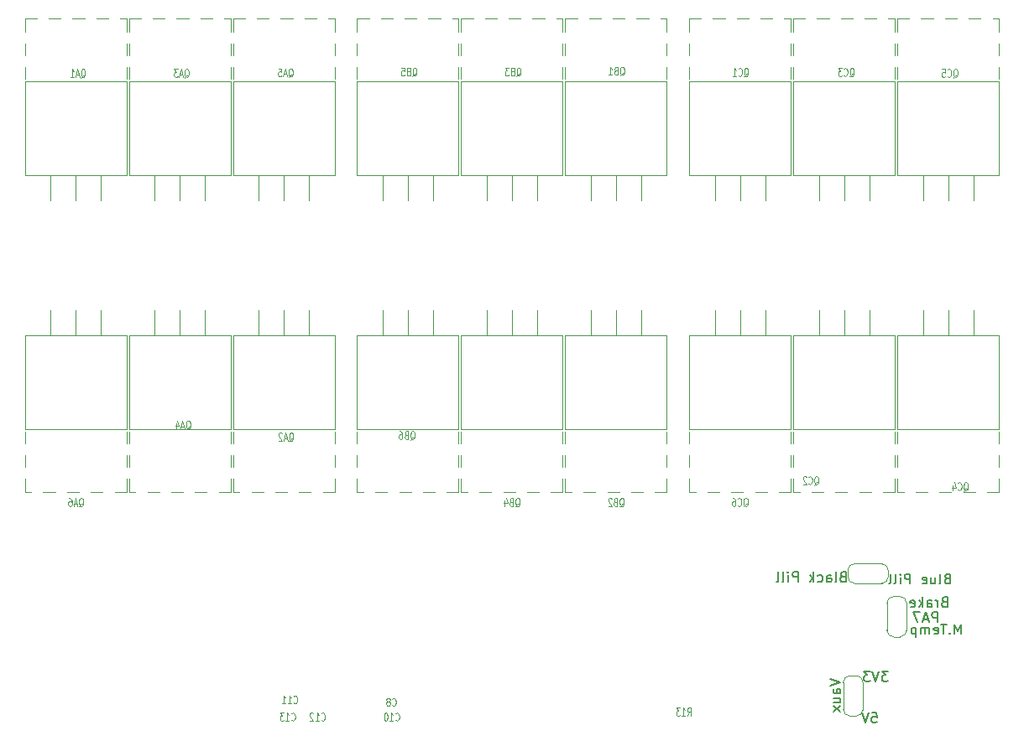
<source format=gbr>
%TF.GenerationSoftware,KiCad,Pcbnew,(6.0.4)*%
%TF.CreationDate,2022-07-25T23:44:37+01:00*%
%TF.ProjectId,CCC_ESC,4343435f-4553-4432-9e6b-696361645f70,rev?*%
%TF.SameCoordinates,Original*%
%TF.FileFunction,Legend,Bot*%
%TF.FilePolarity,Positive*%
%FSLAX46Y46*%
G04 Gerber Fmt 4.6, Leading zero omitted, Abs format (unit mm)*
G04 Created by KiCad (PCBNEW (6.0.4)) date 2022-07-25 23:44:37*
%MOMM*%
%LPD*%
G01*
G04 APERTURE LIST*
%ADD10C,0.120000*%
%ADD11C,0.150000*%
G04 APERTURE END LIST*
D10*
%TO.C,C10*%
X88254714Y-121313974D02*
X88283285Y-121352069D01*
X88369000Y-121390164D01*
X88426142Y-121390164D01*
X88511857Y-121352069D01*
X88569000Y-121275879D01*
X88597571Y-121199688D01*
X88626142Y-121047307D01*
X88626142Y-120933021D01*
X88597571Y-120780640D01*
X88569000Y-120704450D01*
X88511857Y-120628260D01*
X88426142Y-120590164D01*
X88369000Y-120590164D01*
X88283285Y-120628260D01*
X88254714Y-120666355D01*
X87683285Y-121390164D02*
X88026142Y-121390164D01*
X87854714Y-121390164D02*
X87854714Y-120590164D01*
X87911857Y-120704450D01*
X87969000Y-120780640D01*
X88026142Y-120818736D01*
X87311857Y-120590164D02*
X87254714Y-120590164D01*
X87197571Y-120628260D01*
X87169000Y-120666355D01*
X87140428Y-120742545D01*
X87111857Y-120894926D01*
X87111857Y-121085402D01*
X87140428Y-121237783D01*
X87169000Y-121313974D01*
X87197571Y-121352069D01*
X87254714Y-121390164D01*
X87311857Y-121390164D01*
X87369000Y-121352069D01*
X87397571Y-121313974D01*
X87426142Y-121237783D01*
X87454714Y-121085402D01*
X87454714Y-120894926D01*
X87426142Y-120742545D01*
X87397571Y-120666355D01*
X87369000Y-120628260D01*
X87311857Y-120590164D01*
%TO.C,C8*%
X87919000Y-119813974D02*
X87947571Y-119852069D01*
X88033285Y-119890164D01*
X88090428Y-119890164D01*
X88176142Y-119852069D01*
X88233285Y-119775879D01*
X88261857Y-119699688D01*
X88290428Y-119547307D01*
X88290428Y-119433021D01*
X88261857Y-119280640D01*
X88233285Y-119204450D01*
X88176142Y-119128260D01*
X88090428Y-119090164D01*
X88033285Y-119090164D01*
X87947571Y-119128260D01*
X87919000Y-119166355D01*
X87576142Y-119433021D02*
X87633285Y-119394926D01*
X87661857Y-119356831D01*
X87690428Y-119280640D01*
X87690428Y-119242545D01*
X87661857Y-119166355D01*
X87633285Y-119128260D01*
X87576142Y-119090164D01*
X87461857Y-119090164D01*
X87404714Y-119128260D01*
X87376142Y-119166355D01*
X87347571Y-119242545D01*
X87347571Y-119280640D01*
X87376142Y-119356831D01*
X87404714Y-119394926D01*
X87461857Y-119433021D01*
X87576142Y-119433021D01*
X87633285Y-119471117D01*
X87661857Y-119509212D01*
X87690428Y-119585402D01*
X87690428Y-119737783D01*
X87661857Y-119813974D01*
X87633285Y-119852069D01*
X87576142Y-119890164D01*
X87461857Y-119890164D01*
X87404714Y-119852069D01*
X87376142Y-119813974D01*
X87347571Y-119737783D01*
X87347571Y-119585402D01*
X87376142Y-119509212D01*
X87404714Y-119471117D01*
X87461857Y-119433021D01*
%TO.C,C12*%
X80754714Y-121313974D02*
X80783285Y-121352069D01*
X80869000Y-121390164D01*
X80926142Y-121390164D01*
X81011857Y-121352069D01*
X81069000Y-121275879D01*
X81097571Y-121199688D01*
X81126142Y-121047307D01*
X81126142Y-120933021D01*
X81097571Y-120780640D01*
X81069000Y-120704450D01*
X81011857Y-120628260D01*
X80926142Y-120590164D01*
X80869000Y-120590164D01*
X80783285Y-120628260D01*
X80754714Y-120666355D01*
X80183285Y-121390164D02*
X80526142Y-121390164D01*
X80354714Y-121390164D02*
X80354714Y-120590164D01*
X80411857Y-120704450D01*
X80469000Y-120780640D01*
X80526142Y-120818736D01*
X79954714Y-120666355D02*
X79926142Y-120628260D01*
X79869000Y-120590164D01*
X79726142Y-120590164D01*
X79669000Y-120628260D01*
X79640428Y-120666355D01*
X79611857Y-120742545D01*
X79611857Y-120818736D01*
X79640428Y-120933021D01*
X79983285Y-121390164D01*
X79611857Y-121390164D01*
%TO.C,C13*%
X77755714Y-121313974D02*
X77784285Y-121352069D01*
X77870000Y-121390164D01*
X77927142Y-121390164D01*
X78012857Y-121352069D01*
X78070000Y-121275879D01*
X78098571Y-121199688D01*
X78127142Y-121047307D01*
X78127142Y-120933021D01*
X78098571Y-120780640D01*
X78070000Y-120704450D01*
X78012857Y-120628260D01*
X77927142Y-120590164D01*
X77870000Y-120590164D01*
X77784285Y-120628260D01*
X77755714Y-120666355D01*
X77184285Y-121390164D02*
X77527142Y-121390164D01*
X77355714Y-121390164D02*
X77355714Y-120590164D01*
X77412857Y-120704450D01*
X77470000Y-120780640D01*
X77527142Y-120818736D01*
X76984285Y-120590164D02*
X76612857Y-120590164D01*
X76812857Y-120894926D01*
X76727142Y-120894926D01*
X76670000Y-120933021D01*
X76641428Y-120971117D01*
X76612857Y-121047307D01*
X76612857Y-121237783D01*
X76641428Y-121313974D01*
X76670000Y-121352069D01*
X76727142Y-121390164D01*
X76898571Y-121390164D01*
X76955714Y-121352069D01*
X76984285Y-121313974D01*
%TO.C,C11*%
X77954714Y-119563974D02*
X77983285Y-119602069D01*
X78069000Y-119640164D01*
X78126142Y-119640164D01*
X78211857Y-119602069D01*
X78269000Y-119525879D01*
X78297571Y-119449688D01*
X78326142Y-119297307D01*
X78326142Y-119183021D01*
X78297571Y-119030640D01*
X78269000Y-118954450D01*
X78211857Y-118878260D01*
X78126142Y-118840164D01*
X78069000Y-118840164D01*
X77983285Y-118878260D01*
X77954714Y-118916355D01*
X77383285Y-119640164D02*
X77726142Y-119640164D01*
X77554714Y-119640164D02*
X77554714Y-118840164D01*
X77611857Y-118954450D01*
X77669000Y-119030640D01*
X77726142Y-119068736D01*
X76811857Y-119640164D02*
X77154714Y-119640164D01*
X76983285Y-119640164D02*
X76983285Y-118840164D01*
X77040428Y-118954450D01*
X77097571Y-119030640D01*
X77154714Y-119068736D01*
%TO.C,R13*%
X117704714Y-120890164D02*
X117904714Y-120509212D01*
X118047571Y-120890164D02*
X118047571Y-120090164D01*
X117819000Y-120090164D01*
X117761857Y-120128260D01*
X117733285Y-120166355D01*
X117704714Y-120242545D01*
X117704714Y-120356831D01*
X117733285Y-120433021D01*
X117761857Y-120471117D01*
X117819000Y-120509212D01*
X118047571Y-120509212D01*
X117133285Y-120890164D02*
X117476142Y-120890164D01*
X117304714Y-120890164D02*
X117304714Y-120090164D01*
X117361857Y-120204450D01*
X117419000Y-120280640D01*
X117476142Y-120318736D01*
X116933285Y-120090164D02*
X116561857Y-120090164D01*
X116761857Y-120394926D01*
X116676142Y-120394926D01*
X116619000Y-120433021D01*
X116590428Y-120471117D01*
X116561857Y-120547307D01*
X116561857Y-120737783D01*
X116590428Y-120813974D01*
X116619000Y-120852069D01*
X116676142Y-120890164D01*
X116847571Y-120890164D01*
X116904714Y-120852069D01*
X116933285Y-120813974D01*
D11*
%TO.C,JP1*%
X132131380Y-117205402D02*
X133131380Y-117538736D01*
X132131380Y-117872069D01*
X133131380Y-118633974D02*
X132607571Y-118633974D01*
X132512333Y-118586355D01*
X132464714Y-118491117D01*
X132464714Y-118300640D01*
X132512333Y-118205402D01*
X133083761Y-118633974D02*
X133131380Y-118538736D01*
X133131380Y-118300640D01*
X133083761Y-118205402D01*
X132988523Y-118157783D01*
X132893285Y-118157783D01*
X132798047Y-118205402D01*
X132750428Y-118300640D01*
X132750428Y-118538736D01*
X132702809Y-118633974D01*
X132464714Y-119538736D02*
X133131380Y-119538736D01*
X132464714Y-119110164D02*
X132988523Y-119110164D01*
X133083761Y-119157783D01*
X133131380Y-119253021D01*
X133131380Y-119395879D01*
X133083761Y-119491117D01*
X133036142Y-119538736D01*
X133131380Y-119919688D02*
X132464714Y-120443498D01*
X132464714Y-119919688D02*
X133131380Y-120443498D01*
X136299476Y-120580640D02*
X136775666Y-120580640D01*
X136823285Y-121056831D01*
X136775666Y-121009212D01*
X136680428Y-120961593D01*
X136442333Y-120961593D01*
X136347095Y-121009212D01*
X136299476Y-121056831D01*
X136251857Y-121152069D01*
X136251857Y-121390164D01*
X136299476Y-121485402D01*
X136347095Y-121533021D01*
X136442333Y-121580640D01*
X136680428Y-121580640D01*
X136775666Y-121533021D01*
X136823285Y-121485402D01*
X135966142Y-120580640D02*
X135632809Y-121580640D01*
X135299476Y-120580640D01*
X137937095Y-116410640D02*
X137318047Y-116410640D01*
X137651380Y-116791593D01*
X137508523Y-116791593D01*
X137413285Y-116839212D01*
X137365666Y-116886831D01*
X137318047Y-116982069D01*
X137318047Y-117220164D01*
X137365666Y-117315402D01*
X137413285Y-117363021D01*
X137508523Y-117410640D01*
X137794238Y-117410640D01*
X137889476Y-117363021D01*
X137937095Y-117315402D01*
X137032333Y-116410640D02*
X136699000Y-117410640D01*
X136365666Y-116410640D01*
X136127571Y-116410640D02*
X135508523Y-116410640D01*
X135841857Y-116791593D01*
X135699000Y-116791593D01*
X135603761Y-116839212D01*
X135556142Y-116886831D01*
X135508523Y-116982069D01*
X135508523Y-117220164D01*
X135556142Y-117315402D01*
X135603761Y-117363021D01*
X135699000Y-117410640D01*
X135984714Y-117410640D01*
X136079952Y-117363021D01*
X136127571Y-117315402D01*
D10*
%TO.C,QB4*%
X100357142Y-99768095D02*
X100414285Y-99730000D01*
X100471428Y-99653809D01*
X100557142Y-99539523D01*
X100614285Y-99501428D01*
X100671428Y-99501428D01*
X100642857Y-99691904D02*
X100700000Y-99653809D01*
X100757142Y-99577619D01*
X100785714Y-99425238D01*
X100785714Y-99158571D01*
X100757142Y-99006190D01*
X100700000Y-98930000D01*
X100642857Y-98891904D01*
X100528571Y-98891904D01*
X100471428Y-98930000D01*
X100414285Y-99006190D01*
X100385714Y-99158571D01*
X100385714Y-99425238D01*
X100414285Y-99577619D01*
X100471428Y-99653809D01*
X100528571Y-99691904D01*
X100642857Y-99691904D01*
X99928571Y-99272857D02*
X99842857Y-99310952D01*
X99814285Y-99349047D01*
X99785714Y-99425238D01*
X99785714Y-99539523D01*
X99814285Y-99615714D01*
X99842857Y-99653809D01*
X99900000Y-99691904D01*
X100128571Y-99691904D01*
X100128571Y-98891904D01*
X99928571Y-98891904D01*
X99871428Y-98930000D01*
X99842857Y-98968095D01*
X99814285Y-99044285D01*
X99814285Y-99120476D01*
X99842857Y-99196666D01*
X99871428Y-99234761D01*
X99928571Y-99272857D01*
X100128571Y-99272857D01*
X99271428Y-99158571D02*
X99271428Y-99691904D01*
X99414285Y-98853809D02*
X99557142Y-99425238D01*
X99185714Y-99425238D01*
%TO.C,QB5*%
X89957142Y-56288095D02*
X90014285Y-56250000D01*
X90071428Y-56173809D01*
X90157142Y-56059523D01*
X90214285Y-56021428D01*
X90271428Y-56021428D01*
X90242857Y-56211904D02*
X90300000Y-56173809D01*
X90357142Y-56097619D01*
X90385714Y-55945238D01*
X90385714Y-55678571D01*
X90357142Y-55526190D01*
X90300000Y-55450000D01*
X90242857Y-55411904D01*
X90128571Y-55411904D01*
X90071428Y-55450000D01*
X90014285Y-55526190D01*
X89985714Y-55678571D01*
X89985714Y-55945238D01*
X90014285Y-56097619D01*
X90071428Y-56173809D01*
X90128571Y-56211904D01*
X90242857Y-56211904D01*
X89528571Y-55792857D02*
X89442857Y-55830952D01*
X89414285Y-55869047D01*
X89385714Y-55945238D01*
X89385714Y-56059523D01*
X89414285Y-56135714D01*
X89442857Y-56173809D01*
X89500000Y-56211904D01*
X89728571Y-56211904D01*
X89728571Y-55411904D01*
X89528571Y-55411904D01*
X89471428Y-55450000D01*
X89442857Y-55488095D01*
X89414285Y-55564285D01*
X89414285Y-55640476D01*
X89442857Y-55716666D01*
X89471428Y-55754761D01*
X89528571Y-55792857D01*
X89728571Y-55792857D01*
X88842857Y-55411904D02*
X89128571Y-55411904D01*
X89157142Y-55792857D01*
X89128571Y-55754761D01*
X89071428Y-55716666D01*
X88928571Y-55716666D01*
X88871428Y-55754761D01*
X88842857Y-55792857D01*
X88814285Y-55869047D01*
X88814285Y-56059523D01*
X88842857Y-56135714D01*
X88871428Y-56173809D01*
X88928571Y-56211904D01*
X89071428Y-56211904D01*
X89128571Y-56173809D01*
X89157142Y-56135714D01*
%TO.C,QA3*%
X66964285Y-56438095D02*
X67021428Y-56400000D01*
X67078571Y-56323809D01*
X67164285Y-56209523D01*
X67221428Y-56171428D01*
X67278571Y-56171428D01*
X67250000Y-56361904D02*
X67307142Y-56323809D01*
X67364285Y-56247619D01*
X67392857Y-56095238D01*
X67392857Y-55828571D01*
X67364285Y-55676190D01*
X67307142Y-55600000D01*
X67250000Y-55561904D01*
X67135714Y-55561904D01*
X67078571Y-55600000D01*
X67021428Y-55676190D01*
X66992857Y-55828571D01*
X66992857Y-56095238D01*
X67021428Y-56247619D01*
X67078571Y-56323809D01*
X67135714Y-56361904D01*
X67250000Y-56361904D01*
X66764285Y-56133333D02*
X66478571Y-56133333D01*
X66821428Y-56361904D02*
X66621428Y-55561904D01*
X66421428Y-56361904D01*
X66278571Y-55561904D02*
X65907142Y-55561904D01*
X66107142Y-55866666D01*
X66021428Y-55866666D01*
X65964285Y-55904761D01*
X65935714Y-55942857D01*
X65907142Y-56019047D01*
X65907142Y-56209523D01*
X65935714Y-56285714D01*
X65964285Y-56323809D01*
X66021428Y-56361904D01*
X66192857Y-56361904D01*
X66250000Y-56323809D01*
X66278571Y-56285714D01*
%TO.C,QC6*%
X123357142Y-99768095D02*
X123414285Y-99730000D01*
X123471428Y-99653809D01*
X123557142Y-99539523D01*
X123614285Y-99501428D01*
X123671428Y-99501428D01*
X123642857Y-99691904D02*
X123700000Y-99653809D01*
X123757142Y-99577619D01*
X123785714Y-99425238D01*
X123785714Y-99158571D01*
X123757142Y-99006190D01*
X123700000Y-98930000D01*
X123642857Y-98891904D01*
X123528571Y-98891904D01*
X123471428Y-98930000D01*
X123414285Y-99006190D01*
X123385714Y-99158571D01*
X123385714Y-99425238D01*
X123414285Y-99577619D01*
X123471428Y-99653809D01*
X123528571Y-99691904D01*
X123642857Y-99691904D01*
X122785714Y-99615714D02*
X122814285Y-99653809D01*
X122900000Y-99691904D01*
X122957142Y-99691904D01*
X123042857Y-99653809D01*
X123100000Y-99577619D01*
X123128571Y-99501428D01*
X123157142Y-99349047D01*
X123157142Y-99234761D01*
X123128571Y-99082380D01*
X123100000Y-99006190D01*
X123042857Y-98930000D01*
X122957142Y-98891904D01*
X122900000Y-98891904D01*
X122814285Y-98930000D01*
X122785714Y-98968095D01*
X122271428Y-98891904D02*
X122385714Y-98891904D01*
X122442857Y-98930000D01*
X122471428Y-98968095D01*
X122528571Y-99082380D01*
X122557142Y-99234761D01*
X122557142Y-99539523D01*
X122528571Y-99615714D01*
X122500000Y-99653809D01*
X122442857Y-99691904D01*
X122328571Y-99691904D01*
X122271428Y-99653809D01*
X122242857Y-99615714D01*
X122214285Y-99539523D01*
X122214285Y-99349047D01*
X122242857Y-99272857D01*
X122271428Y-99234761D01*
X122328571Y-99196666D01*
X122442857Y-99196666D01*
X122500000Y-99234761D01*
X122528571Y-99272857D01*
X122557142Y-99349047D01*
%TO.C,QC5*%
X144507142Y-56438095D02*
X144564285Y-56400000D01*
X144621428Y-56323809D01*
X144707142Y-56209523D01*
X144764285Y-56171428D01*
X144821428Y-56171428D01*
X144792857Y-56361904D02*
X144850000Y-56323809D01*
X144907142Y-56247619D01*
X144935714Y-56095238D01*
X144935714Y-55828571D01*
X144907142Y-55676190D01*
X144850000Y-55600000D01*
X144792857Y-55561904D01*
X144678571Y-55561904D01*
X144621428Y-55600000D01*
X144564285Y-55676190D01*
X144535714Y-55828571D01*
X144535714Y-56095238D01*
X144564285Y-56247619D01*
X144621428Y-56323809D01*
X144678571Y-56361904D01*
X144792857Y-56361904D01*
X143935714Y-56285714D02*
X143964285Y-56323809D01*
X144050000Y-56361904D01*
X144107142Y-56361904D01*
X144192857Y-56323809D01*
X144250000Y-56247619D01*
X144278571Y-56171428D01*
X144307142Y-56019047D01*
X144307142Y-55904761D01*
X144278571Y-55752380D01*
X144250000Y-55676190D01*
X144192857Y-55600000D01*
X144107142Y-55561904D01*
X144050000Y-55561904D01*
X143964285Y-55600000D01*
X143935714Y-55638095D01*
X143392857Y-55561904D02*
X143678571Y-55561904D01*
X143707142Y-55942857D01*
X143678571Y-55904761D01*
X143621428Y-55866666D01*
X143478571Y-55866666D01*
X143421428Y-55904761D01*
X143392857Y-55942857D01*
X143364285Y-56019047D01*
X143364285Y-56209523D01*
X143392857Y-56285714D01*
X143421428Y-56323809D01*
X143478571Y-56361904D01*
X143621428Y-56361904D01*
X143678571Y-56323809D01*
X143707142Y-56285714D01*
%TO.C,QC4*%
X145557142Y-98188095D02*
X145614285Y-98150000D01*
X145671428Y-98073809D01*
X145757142Y-97959523D01*
X145814285Y-97921428D01*
X145871428Y-97921428D01*
X145842857Y-98111904D02*
X145900000Y-98073809D01*
X145957142Y-97997619D01*
X145985714Y-97845238D01*
X145985714Y-97578571D01*
X145957142Y-97426190D01*
X145900000Y-97350000D01*
X145842857Y-97311904D01*
X145728571Y-97311904D01*
X145671428Y-97350000D01*
X145614285Y-97426190D01*
X145585714Y-97578571D01*
X145585714Y-97845238D01*
X145614285Y-97997619D01*
X145671428Y-98073809D01*
X145728571Y-98111904D01*
X145842857Y-98111904D01*
X144985714Y-98035714D02*
X145014285Y-98073809D01*
X145100000Y-98111904D01*
X145157142Y-98111904D01*
X145242857Y-98073809D01*
X145300000Y-97997619D01*
X145328571Y-97921428D01*
X145357142Y-97769047D01*
X145357142Y-97654761D01*
X145328571Y-97502380D01*
X145300000Y-97426190D01*
X145242857Y-97350000D01*
X145157142Y-97311904D01*
X145100000Y-97311904D01*
X145014285Y-97350000D01*
X144985714Y-97388095D01*
X144471428Y-97578571D02*
X144471428Y-98111904D01*
X144614285Y-97273809D02*
X144757142Y-97845238D01*
X144385714Y-97845238D01*
D11*
%TO.C,JP3*%
X133378047Y-106836831D02*
X133235190Y-106884450D01*
X133187571Y-106932069D01*
X133139952Y-107027307D01*
X133139952Y-107170164D01*
X133187571Y-107265402D01*
X133235190Y-107313021D01*
X133330428Y-107360640D01*
X133711380Y-107360640D01*
X133711380Y-106360640D01*
X133378047Y-106360640D01*
X133282809Y-106408260D01*
X133235190Y-106455879D01*
X133187571Y-106551117D01*
X133187571Y-106646355D01*
X133235190Y-106741593D01*
X133282809Y-106789212D01*
X133378047Y-106836831D01*
X133711380Y-106836831D01*
X132568523Y-107360640D02*
X132663761Y-107313021D01*
X132711380Y-107217783D01*
X132711380Y-106360640D01*
X131759000Y-107360640D02*
X131759000Y-106836831D01*
X131806619Y-106741593D01*
X131901857Y-106693974D01*
X132092333Y-106693974D01*
X132187571Y-106741593D01*
X131759000Y-107313021D02*
X131854238Y-107360640D01*
X132092333Y-107360640D01*
X132187571Y-107313021D01*
X132235190Y-107217783D01*
X132235190Y-107122545D01*
X132187571Y-107027307D01*
X132092333Y-106979688D01*
X131854238Y-106979688D01*
X131759000Y-106932069D01*
X130854238Y-107313021D02*
X130949476Y-107360640D01*
X131139952Y-107360640D01*
X131235190Y-107313021D01*
X131282809Y-107265402D01*
X131330428Y-107170164D01*
X131330428Y-106884450D01*
X131282809Y-106789212D01*
X131235190Y-106741593D01*
X131139952Y-106693974D01*
X130949476Y-106693974D01*
X130854238Y-106741593D01*
X130425666Y-107360640D02*
X130425666Y-106360640D01*
X130330428Y-106979688D02*
X130044714Y-107360640D01*
X130044714Y-106693974D02*
X130425666Y-107074926D01*
X128854238Y-107360640D02*
X128854238Y-106360640D01*
X128473285Y-106360640D01*
X128378047Y-106408260D01*
X128330428Y-106455879D01*
X128282809Y-106551117D01*
X128282809Y-106693974D01*
X128330428Y-106789212D01*
X128378047Y-106836831D01*
X128473285Y-106884450D01*
X128854238Y-106884450D01*
X127854238Y-107360640D02*
X127854238Y-106693974D01*
X127854238Y-106360640D02*
X127901857Y-106408260D01*
X127854238Y-106455879D01*
X127806619Y-106408260D01*
X127854238Y-106360640D01*
X127854238Y-106455879D01*
X127235190Y-107360640D02*
X127330428Y-107313021D01*
X127378047Y-107217783D01*
X127378047Y-106360640D01*
X126711380Y-107360640D02*
X126806619Y-107313021D01*
X126854238Y-107217783D01*
X126854238Y-106360640D01*
X143893285Y-107036831D02*
X143750428Y-107084450D01*
X143702809Y-107132069D01*
X143655190Y-107227307D01*
X143655190Y-107370164D01*
X143702809Y-107465402D01*
X143750428Y-107513021D01*
X143845666Y-107560640D01*
X144226619Y-107560640D01*
X144226619Y-106560640D01*
X143893285Y-106560640D01*
X143798047Y-106608260D01*
X143750428Y-106655879D01*
X143702809Y-106751117D01*
X143702809Y-106846355D01*
X143750428Y-106941593D01*
X143798047Y-106989212D01*
X143893285Y-107036831D01*
X144226619Y-107036831D01*
X143083761Y-107560640D02*
X143179000Y-107513021D01*
X143226619Y-107417783D01*
X143226619Y-106560640D01*
X142274238Y-106893974D02*
X142274238Y-107560640D01*
X142702809Y-106893974D02*
X142702809Y-107417783D01*
X142655190Y-107513021D01*
X142559952Y-107560640D01*
X142417095Y-107560640D01*
X142321857Y-107513021D01*
X142274238Y-107465402D01*
X141417095Y-107513021D02*
X141512333Y-107560640D01*
X141702809Y-107560640D01*
X141798047Y-107513021D01*
X141845666Y-107417783D01*
X141845666Y-107036831D01*
X141798047Y-106941593D01*
X141702809Y-106893974D01*
X141512333Y-106893974D01*
X141417095Y-106941593D01*
X141369476Y-107036831D01*
X141369476Y-107132069D01*
X141845666Y-107227307D01*
X140179000Y-107560640D02*
X140179000Y-106560640D01*
X139798047Y-106560640D01*
X139702809Y-106608260D01*
X139655190Y-106655879D01*
X139607571Y-106751117D01*
X139607571Y-106893974D01*
X139655190Y-106989212D01*
X139702809Y-107036831D01*
X139798047Y-107084450D01*
X140179000Y-107084450D01*
X139179000Y-107560640D02*
X139179000Y-106893974D01*
X139179000Y-106560640D02*
X139226619Y-106608260D01*
X139179000Y-106655879D01*
X139131380Y-106608260D01*
X139179000Y-106560640D01*
X139179000Y-106655879D01*
X138559952Y-107560640D02*
X138655190Y-107513021D01*
X138702809Y-107417783D01*
X138702809Y-106560640D01*
X138036142Y-107560640D02*
X138131380Y-107513021D01*
X138179000Y-107417783D01*
X138179000Y-106560640D01*
D10*
%TO.C,QA6*%
X56314285Y-99768095D02*
X56371428Y-99730000D01*
X56428571Y-99653809D01*
X56514285Y-99539523D01*
X56571428Y-99501428D01*
X56628571Y-99501428D01*
X56600000Y-99691904D02*
X56657142Y-99653809D01*
X56714285Y-99577619D01*
X56742857Y-99425238D01*
X56742857Y-99158571D01*
X56714285Y-99006190D01*
X56657142Y-98930000D01*
X56600000Y-98891904D01*
X56485714Y-98891904D01*
X56428571Y-98930000D01*
X56371428Y-99006190D01*
X56342857Y-99158571D01*
X56342857Y-99425238D01*
X56371428Y-99577619D01*
X56428571Y-99653809D01*
X56485714Y-99691904D01*
X56600000Y-99691904D01*
X56114285Y-99463333D02*
X55828571Y-99463333D01*
X56171428Y-99691904D02*
X55971428Y-98891904D01*
X55771428Y-99691904D01*
X55314285Y-98891904D02*
X55428571Y-98891904D01*
X55485714Y-98930000D01*
X55514285Y-98968095D01*
X55571428Y-99082380D01*
X55600000Y-99234761D01*
X55600000Y-99539523D01*
X55571428Y-99615714D01*
X55542857Y-99653809D01*
X55485714Y-99691904D01*
X55371428Y-99691904D01*
X55314285Y-99653809D01*
X55285714Y-99615714D01*
X55257142Y-99539523D01*
X55257142Y-99349047D01*
X55285714Y-99272857D01*
X55314285Y-99234761D01*
X55371428Y-99196666D01*
X55485714Y-99196666D01*
X55542857Y-99234761D01*
X55571428Y-99272857D01*
X55600000Y-99349047D01*
%TO.C,QB6*%
X89757142Y-93018095D02*
X89814285Y-92980000D01*
X89871428Y-92903809D01*
X89957142Y-92789523D01*
X90014285Y-92751428D01*
X90071428Y-92751428D01*
X90042857Y-92941904D02*
X90100000Y-92903809D01*
X90157142Y-92827619D01*
X90185714Y-92675238D01*
X90185714Y-92408571D01*
X90157142Y-92256190D01*
X90100000Y-92180000D01*
X90042857Y-92141904D01*
X89928571Y-92141904D01*
X89871428Y-92180000D01*
X89814285Y-92256190D01*
X89785714Y-92408571D01*
X89785714Y-92675238D01*
X89814285Y-92827619D01*
X89871428Y-92903809D01*
X89928571Y-92941904D01*
X90042857Y-92941904D01*
X89328571Y-92522857D02*
X89242857Y-92560952D01*
X89214285Y-92599047D01*
X89185714Y-92675238D01*
X89185714Y-92789523D01*
X89214285Y-92865714D01*
X89242857Y-92903809D01*
X89300000Y-92941904D01*
X89528571Y-92941904D01*
X89528571Y-92141904D01*
X89328571Y-92141904D01*
X89271428Y-92180000D01*
X89242857Y-92218095D01*
X89214285Y-92294285D01*
X89214285Y-92370476D01*
X89242857Y-92446666D01*
X89271428Y-92484761D01*
X89328571Y-92522857D01*
X89528571Y-92522857D01*
X88671428Y-92141904D02*
X88785714Y-92141904D01*
X88842857Y-92180000D01*
X88871428Y-92218095D01*
X88928571Y-92332380D01*
X88957142Y-92484761D01*
X88957142Y-92789523D01*
X88928571Y-92865714D01*
X88900000Y-92903809D01*
X88842857Y-92941904D01*
X88728571Y-92941904D01*
X88671428Y-92903809D01*
X88642857Y-92865714D01*
X88614285Y-92789523D01*
X88614285Y-92599047D01*
X88642857Y-92522857D01*
X88671428Y-92484761D01*
X88728571Y-92446666D01*
X88842857Y-92446666D01*
X88900000Y-92484761D01*
X88928571Y-92522857D01*
X88957142Y-92599047D01*
%TO.C,QB2*%
X110857142Y-99768095D02*
X110914285Y-99730000D01*
X110971428Y-99653809D01*
X111057142Y-99539523D01*
X111114285Y-99501428D01*
X111171428Y-99501428D01*
X111142857Y-99691904D02*
X111200000Y-99653809D01*
X111257142Y-99577619D01*
X111285714Y-99425238D01*
X111285714Y-99158571D01*
X111257142Y-99006190D01*
X111200000Y-98930000D01*
X111142857Y-98891904D01*
X111028571Y-98891904D01*
X110971428Y-98930000D01*
X110914285Y-99006190D01*
X110885714Y-99158571D01*
X110885714Y-99425238D01*
X110914285Y-99577619D01*
X110971428Y-99653809D01*
X111028571Y-99691904D01*
X111142857Y-99691904D01*
X110428571Y-99272857D02*
X110342857Y-99310952D01*
X110314285Y-99349047D01*
X110285714Y-99425238D01*
X110285714Y-99539523D01*
X110314285Y-99615714D01*
X110342857Y-99653809D01*
X110400000Y-99691904D01*
X110628571Y-99691904D01*
X110628571Y-98891904D01*
X110428571Y-98891904D01*
X110371428Y-98930000D01*
X110342857Y-98968095D01*
X110314285Y-99044285D01*
X110314285Y-99120476D01*
X110342857Y-99196666D01*
X110371428Y-99234761D01*
X110428571Y-99272857D01*
X110628571Y-99272857D01*
X110057142Y-98968095D02*
X110028571Y-98930000D01*
X109971428Y-98891904D01*
X109828571Y-98891904D01*
X109771428Y-98930000D01*
X109742857Y-98968095D01*
X109714285Y-99044285D01*
X109714285Y-99120476D01*
X109742857Y-99234761D01*
X110085714Y-99691904D01*
X109714285Y-99691904D01*
%TO.C,QA5*%
X77464285Y-56388095D02*
X77521428Y-56350000D01*
X77578571Y-56273809D01*
X77664285Y-56159523D01*
X77721428Y-56121428D01*
X77778571Y-56121428D01*
X77750000Y-56311904D02*
X77807142Y-56273809D01*
X77864285Y-56197619D01*
X77892857Y-56045238D01*
X77892857Y-55778571D01*
X77864285Y-55626190D01*
X77807142Y-55550000D01*
X77750000Y-55511904D01*
X77635714Y-55511904D01*
X77578571Y-55550000D01*
X77521428Y-55626190D01*
X77492857Y-55778571D01*
X77492857Y-56045238D01*
X77521428Y-56197619D01*
X77578571Y-56273809D01*
X77635714Y-56311904D01*
X77750000Y-56311904D01*
X77264285Y-56083333D02*
X76978571Y-56083333D01*
X77321428Y-56311904D02*
X77121428Y-55511904D01*
X76921428Y-56311904D01*
X76435714Y-55511904D02*
X76721428Y-55511904D01*
X76750000Y-55892857D01*
X76721428Y-55854761D01*
X76664285Y-55816666D01*
X76521428Y-55816666D01*
X76464285Y-55854761D01*
X76435714Y-55892857D01*
X76407142Y-55969047D01*
X76407142Y-56159523D01*
X76435714Y-56235714D01*
X76464285Y-56273809D01*
X76521428Y-56311904D01*
X76664285Y-56311904D01*
X76721428Y-56273809D01*
X76750000Y-56235714D01*
D11*
%TO.C,JP2*%
X145319000Y-112640640D02*
X145319000Y-111640640D01*
X144985666Y-112354926D01*
X144652333Y-111640640D01*
X144652333Y-112640640D01*
X144176142Y-112545402D02*
X144128523Y-112593021D01*
X144176142Y-112640640D01*
X144223761Y-112593021D01*
X144176142Y-112545402D01*
X144176142Y-112640640D01*
X143842809Y-111640640D02*
X143271380Y-111640640D01*
X143557095Y-112640640D02*
X143557095Y-111640640D01*
X142557095Y-112593021D02*
X142652333Y-112640640D01*
X142842809Y-112640640D01*
X142938047Y-112593021D01*
X142985666Y-112497783D01*
X142985666Y-112116831D01*
X142938047Y-112021593D01*
X142842809Y-111973974D01*
X142652333Y-111973974D01*
X142557095Y-112021593D01*
X142509476Y-112116831D01*
X142509476Y-112212069D01*
X142985666Y-112307307D01*
X142080904Y-112640640D02*
X142080904Y-111973974D01*
X142080904Y-112069212D02*
X142033285Y-112021593D01*
X141938047Y-111973974D01*
X141795190Y-111973974D01*
X141699952Y-112021593D01*
X141652333Y-112116831D01*
X141652333Y-112640640D01*
X141652333Y-112116831D02*
X141604714Y-112021593D01*
X141509476Y-111973974D01*
X141366619Y-111973974D01*
X141271380Y-112021593D01*
X141223761Y-112116831D01*
X141223761Y-112640640D01*
X140747571Y-111973974D02*
X140747571Y-112973974D01*
X140747571Y-112021593D02*
X140652333Y-111973974D01*
X140461857Y-111973974D01*
X140366619Y-112021593D01*
X140319000Y-112069212D01*
X140271380Y-112164450D01*
X140271380Y-112450164D01*
X140319000Y-112545402D01*
X140366619Y-112593021D01*
X140461857Y-112640640D01*
X140652333Y-112640640D01*
X140747571Y-112593021D01*
X143602809Y-109386831D02*
X143459952Y-109434450D01*
X143412333Y-109482069D01*
X143364714Y-109577307D01*
X143364714Y-109720164D01*
X143412333Y-109815402D01*
X143459952Y-109863021D01*
X143555190Y-109910640D01*
X143936142Y-109910640D01*
X143936142Y-108910640D01*
X143602809Y-108910640D01*
X143507571Y-108958260D01*
X143459952Y-109005879D01*
X143412333Y-109101117D01*
X143412333Y-109196355D01*
X143459952Y-109291593D01*
X143507571Y-109339212D01*
X143602809Y-109386831D01*
X143936142Y-109386831D01*
X142936142Y-109910640D02*
X142936142Y-109243974D01*
X142936142Y-109434450D02*
X142888523Y-109339212D01*
X142840904Y-109291593D01*
X142745666Y-109243974D01*
X142650428Y-109243974D01*
X141888523Y-109910640D02*
X141888523Y-109386831D01*
X141936142Y-109291593D01*
X142031380Y-109243974D01*
X142221857Y-109243974D01*
X142317095Y-109291593D01*
X141888523Y-109863021D02*
X141983761Y-109910640D01*
X142221857Y-109910640D01*
X142317095Y-109863021D01*
X142364714Y-109767783D01*
X142364714Y-109672545D01*
X142317095Y-109577307D01*
X142221857Y-109529688D01*
X141983761Y-109529688D01*
X141888523Y-109482069D01*
X141412333Y-109910640D02*
X141412333Y-108910640D01*
X141317095Y-109529688D02*
X141031380Y-109910640D01*
X141031380Y-109243974D02*
X141412333Y-109624926D01*
X140221857Y-109863021D02*
X140317095Y-109910640D01*
X140507571Y-109910640D01*
X140602809Y-109863021D01*
X140650428Y-109767783D01*
X140650428Y-109386831D01*
X140602809Y-109291593D01*
X140507571Y-109243974D01*
X140317095Y-109243974D01*
X140221857Y-109291593D01*
X140174238Y-109386831D01*
X140174238Y-109482069D01*
X140650428Y-109577307D01*
X142925666Y-111440640D02*
X142925666Y-110440640D01*
X142544714Y-110440640D01*
X142449476Y-110488260D01*
X142401857Y-110535879D01*
X142354238Y-110631117D01*
X142354238Y-110773974D01*
X142401857Y-110869212D01*
X142449476Y-110916831D01*
X142544714Y-110964450D01*
X142925666Y-110964450D01*
X141973285Y-111154926D02*
X141497095Y-111154926D01*
X142068523Y-111440640D02*
X141735190Y-110440640D01*
X141401857Y-111440640D01*
X141163761Y-110440640D02*
X140497095Y-110440640D01*
X140925666Y-111440640D01*
D10*
%TO.C,QA1*%
X56514285Y-56438095D02*
X56571428Y-56400000D01*
X56628571Y-56323809D01*
X56714285Y-56209523D01*
X56771428Y-56171428D01*
X56828571Y-56171428D01*
X56800000Y-56361904D02*
X56857142Y-56323809D01*
X56914285Y-56247619D01*
X56942857Y-56095238D01*
X56942857Y-55828571D01*
X56914285Y-55676190D01*
X56857142Y-55600000D01*
X56800000Y-55561904D01*
X56685714Y-55561904D01*
X56628571Y-55600000D01*
X56571428Y-55676190D01*
X56542857Y-55828571D01*
X56542857Y-56095238D01*
X56571428Y-56247619D01*
X56628571Y-56323809D01*
X56685714Y-56361904D01*
X56800000Y-56361904D01*
X56314285Y-56133333D02*
X56028571Y-56133333D01*
X56371428Y-56361904D02*
X56171428Y-55561904D01*
X55971428Y-56361904D01*
X55457142Y-56361904D02*
X55800000Y-56361904D01*
X55628571Y-56361904D02*
X55628571Y-55561904D01*
X55685714Y-55676190D01*
X55742857Y-55752380D01*
X55800000Y-55790476D01*
%TO.C,QB3*%
X100457142Y-56288095D02*
X100514285Y-56250000D01*
X100571428Y-56173809D01*
X100657142Y-56059523D01*
X100714285Y-56021428D01*
X100771428Y-56021428D01*
X100742857Y-56211904D02*
X100800000Y-56173809D01*
X100857142Y-56097619D01*
X100885714Y-55945238D01*
X100885714Y-55678571D01*
X100857142Y-55526190D01*
X100800000Y-55450000D01*
X100742857Y-55411904D01*
X100628571Y-55411904D01*
X100571428Y-55450000D01*
X100514285Y-55526190D01*
X100485714Y-55678571D01*
X100485714Y-55945238D01*
X100514285Y-56097619D01*
X100571428Y-56173809D01*
X100628571Y-56211904D01*
X100742857Y-56211904D01*
X100028571Y-55792857D02*
X99942857Y-55830952D01*
X99914285Y-55869047D01*
X99885714Y-55945238D01*
X99885714Y-56059523D01*
X99914285Y-56135714D01*
X99942857Y-56173809D01*
X100000000Y-56211904D01*
X100228571Y-56211904D01*
X100228571Y-55411904D01*
X100028571Y-55411904D01*
X99971428Y-55450000D01*
X99942857Y-55488095D01*
X99914285Y-55564285D01*
X99914285Y-55640476D01*
X99942857Y-55716666D01*
X99971428Y-55754761D01*
X100028571Y-55792857D01*
X100228571Y-55792857D01*
X99685714Y-55411904D02*
X99314285Y-55411904D01*
X99514285Y-55716666D01*
X99428571Y-55716666D01*
X99371428Y-55754761D01*
X99342857Y-55792857D01*
X99314285Y-55869047D01*
X99314285Y-56059523D01*
X99342857Y-56135714D01*
X99371428Y-56173809D01*
X99428571Y-56211904D01*
X99600000Y-56211904D01*
X99657142Y-56173809D01*
X99685714Y-56135714D01*
%TO.C,QC3*%
X134057142Y-56338095D02*
X134114285Y-56300000D01*
X134171428Y-56223809D01*
X134257142Y-56109523D01*
X134314285Y-56071428D01*
X134371428Y-56071428D01*
X134342857Y-56261904D02*
X134400000Y-56223809D01*
X134457142Y-56147619D01*
X134485714Y-55995238D01*
X134485714Y-55728571D01*
X134457142Y-55576190D01*
X134400000Y-55500000D01*
X134342857Y-55461904D01*
X134228571Y-55461904D01*
X134171428Y-55500000D01*
X134114285Y-55576190D01*
X134085714Y-55728571D01*
X134085714Y-55995238D01*
X134114285Y-56147619D01*
X134171428Y-56223809D01*
X134228571Y-56261904D01*
X134342857Y-56261904D01*
X133485714Y-56185714D02*
X133514285Y-56223809D01*
X133600000Y-56261904D01*
X133657142Y-56261904D01*
X133742857Y-56223809D01*
X133800000Y-56147619D01*
X133828571Y-56071428D01*
X133857142Y-55919047D01*
X133857142Y-55804761D01*
X133828571Y-55652380D01*
X133800000Y-55576190D01*
X133742857Y-55500000D01*
X133657142Y-55461904D01*
X133600000Y-55461904D01*
X133514285Y-55500000D01*
X133485714Y-55538095D01*
X133285714Y-55461904D02*
X132914285Y-55461904D01*
X133114285Y-55766666D01*
X133028571Y-55766666D01*
X132971428Y-55804761D01*
X132942857Y-55842857D01*
X132914285Y-55919047D01*
X132914285Y-56109523D01*
X132942857Y-56185714D01*
X132971428Y-56223809D01*
X133028571Y-56261904D01*
X133200000Y-56261904D01*
X133257142Y-56223809D01*
X133285714Y-56185714D01*
%TO.C,QA4*%
X67114285Y-91968095D02*
X67171428Y-91930000D01*
X67228571Y-91853809D01*
X67314285Y-91739523D01*
X67371428Y-91701428D01*
X67428571Y-91701428D01*
X67400000Y-91891904D02*
X67457142Y-91853809D01*
X67514285Y-91777619D01*
X67542857Y-91625238D01*
X67542857Y-91358571D01*
X67514285Y-91206190D01*
X67457142Y-91130000D01*
X67400000Y-91091904D01*
X67285714Y-91091904D01*
X67228571Y-91130000D01*
X67171428Y-91206190D01*
X67142857Y-91358571D01*
X67142857Y-91625238D01*
X67171428Y-91777619D01*
X67228571Y-91853809D01*
X67285714Y-91891904D01*
X67400000Y-91891904D01*
X66914285Y-91663333D02*
X66628571Y-91663333D01*
X66971428Y-91891904D02*
X66771428Y-91091904D01*
X66571428Y-91891904D01*
X66114285Y-91358571D02*
X66114285Y-91891904D01*
X66257142Y-91053809D02*
X66400000Y-91625238D01*
X66028571Y-91625238D01*
%TO.C,QC2*%
X130497142Y-97578095D02*
X130554285Y-97540000D01*
X130611428Y-97463809D01*
X130697142Y-97349523D01*
X130754285Y-97311428D01*
X130811428Y-97311428D01*
X130782857Y-97501904D02*
X130840000Y-97463809D01*
X130897142Y-97387619D01*
X130925714Y-97235238D01*
X130925714Y-96968571D01*
X130897142Y-96816190D01*
X130840000Y-96740000D01*
X130782857Y-96701904D01*
X130668571Y-96701904D01*
X130611428Y-96740000D01*
X130554285Y-96816190D01*
X130525714Y-96968571D01*
X130525714Y-97235238D01*
X130554285Y-97387619D01*
X130611428Y-97463809D01*
X130668571Y-97501904D01*
X130782857Y-97501904D01*
X129925714Y-97425714D02*
X129954285Y-97463809D01*
X130040000Y-97501904D01*
X130097142Y-97501904D01*
X130182857Y-97463809D01*
X130240000Y-97387619D01*
X130268571Y-97311428D01*
X130297142Y-97159047D01*
X130297142Y-97044761D01*
X130268571Y-96892380D01*
X130240000Y-96816190D01*
X130182857Y-96740000D01*
X130097142Y-96701904D01*
X130040000Y-96701904D01*
X129954285Y-96740000D01*
X129925714Y-96778095D01*
X129697142Y-96778095D02*
X129668571Y-96740000D01*
X129611428Y-96701904D01*
X129468571Y-96701904D01*
X129411428Y-96740000D01*
X129382857Y-96778095D01*
X129354285Y-96854285D01*
X129354285Y-96930476D01*
X129382857Y-97044761D01*
X129725714Y-97501904D01*
X129354285Y-97501904D01*
%TO.C,QC1*%
X123407142Y-56338095D02*
X123464285Y-56300000D01*
X123521428Y-56223809D01*
X123607142Y-56109523D01*
X123664285Y-56071428D01*
X123721428Y-56071428D01*
X123692857Y-56261904D02*
X123750000Y-56223809D01*
X123807142Y-56147619D01*
X123835714Y-55995238D01*
X123835714Y-55728571D01*
X123807142Y-55576190D01*
X123750000Y-55500000D01*
X123692857Y-55461904D01*
X123578571Y-55461904D01*
X123521428Y-55500000D01*
X123464285Y-55576190D01*
X123435714Y-55728571D01*
X123435714Y-55995238D01*
X123464285Y-56147619D01*
X123521428Y-56223809D01*
X123578571Y-56261904D01*
X123692857Y-56261904D01*
X122835714Y-56185714D02*
X122864285Y-56223809D01*
X122950000Y-56261904D01*
X123007142Y-56261904D01*
X123092857Y-56223809D01*
X123150000Y-56147619D01*
X123178571Y-56071428D01*
X123207142Y-55919047D01*
X123207142Y-55804761D01*
X123178571Y-55652380D01*
X123150000Y-55576190D01*
X123092857Y-55500000D01*
X123007142Y-55461904D01*
X122950000Y-55461904D01*
X122864285Y-55500000D01*
X122835714Y-55538095D01*
X122264285Y-56261904D02*
X122607142Y-56261904D01*
X122435714Y-56261904D02*
X122435714Y-55461904D01*
X122492857Y-55576190D01*
X122550000Y-55652380D01*
X122607142Y-55690476D01*
%TO.C,QA2*%
X77510285Y-93168095D02*
X77567428Y-93130000D01*
X77624571Y-93053809D01*
X77710285Y-92939523D01*
X77767428Y-92901428D01*
X77824571Y-92901428D01*
X77796000Y-93091904D02*
X77853142Y-93053809D01*
X77910285Y-92977619D01*
X77938857Y-92825238D01*
X77938857Y-92558571D01*
X77910285Y-92406190D01*
X77853142Y-92330000D01*
X77796000Y-92291904D01*
X77681714Y-92291904D01*
X77624571Y-92330000D01*
X77567428Y-92406190D01*
X77538857Y-92558571D01*
X77538857Y-92825238D01*
X77567428Y-92977619D01*
X77624571Y-93053809D01*
X77681714Y-93091904D01*
X77796000Y-93091904D01*
X77310285Y-92863333D02*
X77024571Y-92863333D01*
X77367428Y-93091904D02*
X77167428Y-92291904D01*
X76967428Y-93091904D01*
X76796000Y-92368095D02*
X76767428Y-92330000D01*
X76710285Y-92291904D01*
X76567428Y-92291904D01*
X76510285Y-92330000D01*
X76481714Y-92368095D01*
X76453142Y-92444285D01*
X76453142Y-92520476D01*
X76481714Y-92634761D01*
X76824571Y-93091904D01*
X76453142Y-93091904D01*
%TO.C,QB1*%
X110907142Y-56238095D02*
X110964285Y-56200000D01*
X111021428Y-56123809D01*
X111107142Y-56009523D01*
X111164285Y-55971428D01*
X111221428Y-55971428D01*
X111192857Y-56161904D02*
X111250000Y-56123809D01*
X111307142Y-56047619D01*
X111335714Y-55895238D01*
X111335714Y-55628571D01*
X111307142Y-55476190D01*
X111250000Y-55400000D01*
X111192857Y-55361904D01*
X111078571Y-55361904D01*
X111021428Y-55400000D01*
X110964285Y-55476190D01*
X110935714Y-55628571D01*
X110935714Y-55895238D01*
X110964285Y-56047619D01*
X111021428Y-56123809D01*
X111078571Y-56161904D01*
X111192857Y-56161904D01*
X110478571Y-55742857D02*
X110392857Y-55780952D01*
X110364285Y-55819047D01*
X110335714Y-55895238D01*
X110335714Y-56009523D01*
X110364285Y-56085714D01*
X110392857Y-56123809D01*
X110450000Y-56161904D01*
X110678571Y-56161904D01*
X110678571Y-55361904D01*
X110478571Y-55361904D01*
X110421428Y-55400000D01*
X110392857Y-55438095D01*
X110364285Y-55514285D01*
X110364285Y-55590476D01*
X110392857Y-55666666D01*
X110421428Y-55704761D01*
X110478571Y-55742857D01*
X110678571Y-55742857D01*
X109764285Y-56161904D02*
X110107142Y-56161904D01*
X109935714Y-56161904D02*
X109935714Y-55361904D01*
X109992857Y-55476190D01*
X110050000Y-55552380D01*
X110107142Y-55590476D01*
%TO.C,JP1*%
X134119000Y-120928260D02*
X134719000Y-120928260D01*
X135419000Y-120278260D02*
X135419000Y-117478260D01*
X133419000Y-117478260D02*
X133419000Y-120278260D01*
X134719000Y-116828260D02*
X134119000Y-116828260D01*
X134719000Y-120928260D02*
G75*
G03*
X135419000Y-120228260I1J699999D01*
G01*
X135419000Y-117528260D02*
G75*
G03*
X134719000Y-116828260I-700000J0D01*
G01*
X133419000Y-120228260D02*
G75*
G03*
X134119000Y-120928260I699999J-1D01*
G01*
X134119000Y-116828260D02*
G75*
G03*
X133419000Y-117528260I0J-700000D01*
G01*
%TO.C,QB4*%
X97920000Y-98330000D02*
X96720000Y-98330000D01*
X100000000Y-79900000D02*
X100000000Y-82440000D01*
X105120000Y-91930000D02*
X94880000Y-91930000D01*
X105120000Y-82440000D02*
X105120000Y-91930000D01*
X105120000Y-98330000D02*
X103920000Y-98330000D01*
X105120000Y-82440000D02*
X94880000Y-82440000D01*
X102721000Y-98330000D02*
X101520000Y-98330000D01*
X94880000Y-92170000D02*
X94880000Y-93370000D01*
X97460000Y-79900000D02*
X97460000Y-82440000D01*
X105120000Y-94570000D02*
X105120000Y-95770000D01*
X102540000Y-79900000D02*
X102540000Y-82440000D01*
X105120000Y-96970000D02*
X105120000Y-98170000D01*
X94880000Y-94570000D02*
X94880000Y-95770000D01*
X94880000Y-82440000D02*
X94880000Y-91930000D01*
X100320000Y-98330000D02*
X99120000Y-98330000D01*
X94880000Y-96970000D02*
X94880000Y-98170000D01*
X105120000Y-92170000D02*
X105120000Y-93370000D01*
X95520000Y-98330000D02*
X94880000Y-98330000D01*
%TO.C,QB5*%
X84380000Y-56580000D02*
X84380000Y-55380000D01*
X84380000Y-66310000D02*
X94620000Y-66310000D01*
X94620000Y-54180000D02*
X94620000Y-52980000D01*
X92040000Y-68850000D02*
X92040000Y-66310000D01*
X84380000Y-66310000D02*
X84380000Y-56820000D01*
X84380000Y-50420000D02*
X85580000Y-50420000D01*
X94620000Y-66310000D02*
X94620000Y-56820000D01*
X84380000Y-51780000D02*
X84380000Y-50580000D01*
X86960000Y-68850000D02*
X86960000Y-66310000D01*
X94620000Y-51780000D02*
X94620000Y-50580000D01*
X86779000Y-50420000D02*
X87980000Y-50420000D01*
X89500000Y-68850000D02*
X89500000Y-66310000D01*
X94620000Y-56580000D02*
X94620000Y-55380000D01*
X93980000Y-50420000D02*
X94620000Y-50420000D01*
X84380000Y-56820000D02*
X94620000Y-56820000D01*
X84380000Y-54180000D02*
X84380000Y-52980000D01*
X89180000Y-50420000D02*
X90380000Y-50420000D01*
X91580000Y-50420000D02*
X92780000Y-50420000D01*
%TO.C,QA3*%
X61380000Y-56820000D02*
X71620000Y-56820000D01*
X71620000Y-54180000D02*
X71620000Y-52980000D01*
X61380000Y-66310000D02*
X71620000Y-66310000D01*
X61380000Y-50420000D02*
X62580000Y-50420000D01*
X71620000Y-66310000D02*
X71620000Y-56820000D01*
X71620000Y-51780000D02*
X71620000Y-50580000D01*
X66500000Y-68850000D02*
X66500000Y-66310000D01*
X61380000Y-51780000D02*
X61380000Y-50580000D01*
X66180000Y-50420000D02*
X67380000Y-50420000D01*
X71620000Y-56580000D02*
X71620000Y-55380000D01*
X61380000Y-54180000D02*
X61380000Y-52980000D01*
X70980000Y-50420000D02*
X71620000Y-50420000D01*
X63779000Y-50420000D02*
X64980000Y-50420000D01*
X63960000Y-68850000D02*
X63960000Y-66310000D01*
X61380000Y-56580000D02*
X61380000Y-55380000D01*
X69040000Y-68850000D02*
X69040000Y-66310000D01*
X61380000Y-66310000D02*
X61380000Y-56820000D01*
X68580000Y-50420000D02*
X69780000Y-50420000D01*
%TO.C,QC6*%
X123320000Y-98330000D02*
X122120000Y-98330000D01*
X120460000Y-79900000D02*
X120460000Y-82440000D01*
X128120000Y-92170000D02*
X128120000Y-93370000D01*
X118520000Y-98330000D02*
X117880000Y-98330000D01*
X128120000Y-82440000D02*
X117880000Y-82440000D01*
X117880000Y-92170000D02*
X117880000Y-93370000D01*
X125540000Y-79900000D02*
X125540000Y-82440000D01*
X128120000Y-96970000D02*
X128120000Y-98170000D01*
X120920000Y-98330000D02*
X119720000Y-98330000D01*
X128120000Y-91930000D02*
X117880000Y-91930000D01*
X117880000Y-96970000D02*
X117880000Y-98170000D01*
X128120000Y-94570000D02*
X128120000Y-95770000D01*
X123000000Y-79900000D02*
X123000000Y-82440000D01*
X128120000Y-98330000D02*
X126920000Y-98330000D01*
X125721000Y-98330000D02*
X124520000Y-98330000D01*
X128120000Y-82440000D02*
X128120000Y-91930000D01*
X117880000Y-94570000D02*
X117880000Y-95770000D01*
X117880000Y-82440000D02*
X117880000Y-91930000D01*
%TO.C,QC5*%
X149120000Y-66310000D02*
X149120000Y-56820000D01*
X138880000Y-56580000D02*
X138880000Y-55380000D01*
X138880000Y-54180000D02*
X138880000Y-52980000D01*
X138880000Y-50420000D02*
X140080000Y-50420000D01*
X149120000Y-56580000D02*
X149120000Y-55380000D01*
X141279000Y-50420000D02*
X142480000Y-50420000D01*
X138880000Y-66310000D02*
X149120000Y-66310000D01*
X144000000Y-68850000D02*
X144000000Y-66310000D01*
X143680000Y-50420000D02*
X144880000Y-50420000D01*
X146080000Y-50420000D02*
X147280000Y-50420000D01*
X138880000Y-66310000D02*
X138880000Y-56820000D01*
X149120000Y-54180000D02*
X149120000Y-52980000D01*
X138880000Y-56820000D02*
X149120000Y-56820000D01*
X146540000Y-68850000D02*
X146540000Y-66310000D01*
X138880000Y-51780000D02*
X138880000Y-50580000D01*
X149120000Y-51780000D02*
X149120000Y-50580000D01*
X148480000Y-50420000D02*
X149120000Y-50420000D01*
X141460000Y-68850000D02*
X141460000Y-66310000D01*
%TO.C,QC4*%
X149120000Y-92170000D02*
X149120000Y-93370000D01*
X149120000Y-98330000D02*
X147920000Y-98330000D01*
X146540000Y-79900000D02*
X146540000Y-82440000D01*
X141460000Y-79900000D02*
X141460000Y-82440000D01*
X138880000Y-96970000D02*
X138880000Y-98170000D01*
X149120000Y-94570000D02*
X149120000Y-95770000D01*
X138880000Y-94570000D02*
X138880000Y-95770000D01*
X138880000Y-82440000D02*
X138880000Y-91930000D01*
X149120000Y-82440000D02*
X138880000Y-82440000D01*
X146721000Y-98330000D02*
X145520000Y-98330000D01*
X144000000Y-79900000D02*
X144000000Y-82440000D01*
X149120000Y-91930000D02*
X138880000Y-91930000D01*
X139520000Y-98330000D02*
X138880000Y-98330000D01*
X138880000Y-92170000D02*
X138880000Y-93370000D01*
X149120000Y-96970000D02*
X149120000Y-98170000D01*
X144320000Y-98330000D02*
X143120000Y-98330000D01*
X149120000Y-82440000D02*
X149120000Y-91930000D01*
X141920000Y-98330000D02*
X140720000Y-98330000D01*
%TO.C,JP3*%
X137969000Y-106828260D02*
X137969000Y-106228260D01*
X133869000Y-106228260D02*
X133869000Y-106828260D01*
X134519000Y-107528260D02*
X137319000Y-107528260D01*
X137319000Y-105528260D02*
X134519000Y-105528260D01*
X137969000Y-106228260D02*
G75*
G03*
X137269000Y-105528260I-699999J1D01*
G01*
X133869000Y-106828260D02*
G75*
G03*
X134569000Y-107528260I700000J0D01*
G01*
X134569000Y-105528260D02*
G75*
G03*
X133869000Y-106228260I0J-700000D01*
G01*
X137269000Y-107528260D02*
G75*
G03*
X137969000Y-106828260I1J699999D01*
G01*
%TO.C,QA6*%
X50880000Y-96970000D02*
X50880000Y-98170000D01*
X61120000Y-94570000D02*
X61120000Y-95770000D01*
X61120000Y-98330000D02*
X59920000Y-98330000D01*
X50880000Y-92170000D02*
X50880000Y-93370000D01*
X61120000Y-91930000D02*
X50880000Y-91930000D01*
X58540000Y-79900000D02*
X58540000Y-82440000D01*
X61120000Y-92170000D02*
X61120000Y-93370000D01*
X50880000Y-94570000D02*
X50880000Y-95770000D01*
X58721000Y-98330000D02*
X57520000Y-98330000D01*
X56320000Y-98330000D02*
X55120000Y-98330000D01*
X61120000Y-96970000D02*
X61120000Y-98170000D01*
X53920000Y-98330000D02*
X52720000Y-98330000D01*
X51520000Y-98330000D02*
X50880000Y-98330000D01*
X61120000Y-82440000D02*
X50880000Y-82440000D01*
X53460000Y-79900000D02*
X53460000Y-82440000D01*
X56000000Y-79900000D02*
X56000000Y-82440000D01*
X61120000Y-82440000D02*
X61120000Y-91930000D01*
X50880000Y-82440000D02*
X50880000Y-91930000D01*
%TO.C,QB6*%
X94620000Y-98330000D02*
X93420000Y-98330000D01*
X94620000Y-82440000D02*
X84380000Y-82440000D01*
X87420000Y-98330000D02*
X86220000Y-98330000D01*
X84380000Y-96970000D02*
X84380000Y-98170000D01*
X89500000Y-79900000D02*
X89500000Y-82440000D01*
X85020000Y-98330000D02*
X84380000Y-98330000D01*
X84380000Y-94570000D02*
X84380000Y-95770000D01*
X86960000Y-79900000D02*
X86960000Y-82440000D01*
X94620000Y-91930000D02*
X84380000Y-91930000D01*
X94620000Y-92170000D02*
X94620000Y-93370000D01*
X94620000Y-94570000D02*
X94620000Y-95770000D01*
X94620000Y-96970000D02*
X94620000Y-98170000D01*
X92040000Y-79900000D02*
X92040000Y-82440000D01*
X94620000Y-82440000D02*
X94620000Y-91930000D01*
X84380000Y-92170000D02*
X84380000Y-93370000D01*
X89820000Y-98330000D02*
X88620000Y-98330000D01*
X92221000Y-98330000D02*
X91020000Y-98330000D01*
X84380000Y-82440000D02*
X84380000Y-91930000D01*
%TO.C,QB2*%
X115620000Y-82440000D02*
X105380000Y-82440000D01*
X115620000Y-96970000D02*
X115620000Y-98170000D01*
X105380000Y-94570000D02*
X105380000Y-95770000D01*
X107960000Y-79900000D02*
X107960000Y-82440000D01*
X106020000Y-98330000D02*
X105380000Y-98330000D01*
X113221000Y-98330000D02*
X112020000Y-98330000D01*
X105380000Y-96970000D02*
X105380000Y-98170000D01*
X105380000Y-92170000D02*
X105380000Y-93370000D01*
X110500000Y-79900000D02*
X110500000Y-82440000D01*
X115620000Y-91930000D02*
X105380000Y-91930000D01*
X113040000Y-79900000D02*
X113040000Y-82440000D01*
X108420000Y-98330000D02*
X107220000Y-98330000D01*
X115620000Y-92170000D02*
X115620000Y-93370000D01*
X105380000Y-82440000D02*
X105380000Y-91930000D01*
X115620000Y-94570000D02*
X115620000Y-95770000D01*
X115620000Y-82440000D02*
X115620000Y-91930000D01*
X115620000Y-98330000D02*
X114420000Y-98330000D01*
X110820000Y-98330000D02*
X109620000Y-98330000D01*
%TO.C,QA5*%
X74460000Y-68850000D02*
X74460000Y-66310000D01*
X79080000Y-50420000D02*
X80280000Y-50420000D01*
X79540000Y-68850000D02*
X79540000Y-66310000D01*
X71880000Y-56580000D02*
X71880000Y-55380000D01*
X82120000Y-66310000D02*
X82120000Y-56820000D01*
X71880000Y-54180000D02*
X71880000Y-52980000D01*
X76680000Y-50420000D02*
X77880000Y-50420000D01*
X82120000Y-51780000D02*
X82120000Y-50580000D01*
X71880000Y-56820000D02*
X82120000Y-56820000D01*
X77000000Y-68850000D02*
X77000000Y-66310000D01*
X81480000Y-50420000D02*
X82120000Y-50420000D01*
X71880000Y-66310000D02*
X71880000Y-56820000D01*
X71880000Y-66310000D02*
X82120000Y-66310000D01*
X74279000Y-50420000D02*
X75480000Y-50420000D01*
X71880000Y-51780000D02*
X71880000Y-50580000D01*
X82120000Y-56580000D02*
X82120000Y-55380000D01*
X82120000Y-54180000D02*
X82120000Y-52980000D01*
X71880000Y-50420000D02*
X73080000Y-50420000D01*
%TO.C,JP2*%
X139119000Y-108828260D02*
X138519000Y-108828260D01*
X139819000Y-112278260D02*
X139819000Y-109478260D01*
X137819000Y-109478260D02*
X137819000Y-112278260D01*
X138519000Y-112928260D02*
X139119000Y-112928260D01*
X138519000Y-108828260D02*
G75*
G03*
X137819000Y-109528260I0J-700000D01*
G01*
X137819000Y-112228260D02*
G75*
G03*
X138519000Y-112928260I699999J-1D01*
G01*
X139819000Y-109528260D02*
G75*
G03*
X139119000Y-108828260I-700000J0D01*
G01*
X139119000Y-112928260D02*
G75*
G03*
X139819000Y-112228260I1J699999D01*
G01*
%TO.C,QA1*%
X61120000Y-54180000D02*
X61120000Y-52980000D01*
X53460000Y-68850000D02*
X53460000Y-66310000D01*
X50880000Y-51780000D02*
X50880000Y-50580000D01*
X50880000Y-56820000D02*
X61120000Y-56820000D01*
X58080000Y-50420000D02*
X59280000Y-50420000D01*
X56000000Y-68850000D02*
X56000000Y-66310000D01*
X61120000Y-56580000D02*
X61120000Y-55380000D01*
X60480000Y-50420000D02*
X61120000Y-50420000D01*
X55680000Y-50420000D02*
X56880000Y-50420000D01*
X61120000Y-51780000D02*
X61120000Y-50580000D01*
X50880000Y-66310000D02*
X61120000Y-66310000D01*
X50880000Y-66310000D02*
X50880000Y-56820000D01*
X58540000Y-68850000D02*
X58540000Y-66310000D01*
X61120000Y-66310000D02*
X61120000Y-56820000D01*
X50880000Y-56580000D02*
X50880000Y-55380000D01*
X50880000Y-50420000D02*
X52080000Y-50420000D01*
X50880000Y-54180000D02*
X50880000Y-52980000D01*
X53279000Y-50420000D02*
X54480000Y-50420000D01*
%TO.C,QB3*%
X94880000Y-66310000D02*
X105120000Y-66310000D01*
X94880000Y-66310000D02*
X94880000Y-56820000D01*
X100000000Y-68850000D02*
X100000000Y-66310000D01*
X105120000Y-54180000D02*
X105120000Y-52980000D01*
X99680000Y-50420000D02*
X100880000Y-50420000D01*
X97279000Y-50420000D02*
X98480000Y-50420000D01*
X102540000Y-68850000D02*
X102540000Y-66310000D01*
X102080000Y-50420000D02*
X103280000Y-50420000D01*
X94880000Y-51780000D02*
X94880000Y-50580000D01*
X94880000Y-56820000D02*
X105120000Y-56820000D01*
X94880000Y-54180000D02*
X94880000Y-52980000D01*
X94880000Y-50420000D02*
X96080000Y-50420000D01*
X105120000Y-66310000D02*
X105120000Y-56820000D01*
X97460000Y-68850000D02*
X97460000Y-66310000D01*
X94880000Y-56580000D02*
X94880000Y-55380000D01*
X105120000Y-51780000D02*
X105120000Y-50580000D01*
X104480000Y-50420000D02*
X105120000Y-50420000D01*
X105120000Y-56580000D02*
X105120000Y-55380000D01*
%TO.C,QC3*%
X138620000Y-54180000D02*
X138620000Y-52980000D01*
X137980000Y-50420000D02*
X138620000Y-50420000D01*
X138620000Y-51780000D02*
X138620000Y-50580000D01*
X130779000Y-50420000D02*
X131980000Y-50420000D01*
X128380000Y-54180000D02*
X128380000Y-52980000D01*
X133500000Y-68850000D02*
X133500000Y-66310000D01*
X128380000Y-50420000D02*
X129580000Y-50420000D01*
X128380000Y-51780000D02*
X128380000Y-50580000D01*
X138620000Y-56580000D02*
X138620000Y-55380000D01*
X133180000Y-50420000D02*
X134380000Y-50420000D01*
X128380000Y-66310000D02*
X138620000Y-66310000D01*
X130960000Y-68850000D02*
X130960000Y-66310000D01*
X138620000Y-66310000D02*
X138620000Y-56820000D01*
X128380000Y-56580000D02*
X128380000Y-55380000D01*
X136040000Y-68850000D02*
X136040000Y-66310000D01*
X135580000Y-50420000D02*
X136780000Y-50420000D01*
X128380000Y-66310000D02*
X128380000Y-56820000D01*
X128380000Y-56820000D02*
X138620000Y-56820000D01*
%TO.C,QA4*%
X62020000Y-98330000D02*
X61380000Y-98330000D01*
X71620000Y-98330000D02*
X70420000Y-98330000D01*
X66500000Y-79900000D02*
X66500000Y-82440000D01*
X61380000Y-92170000D02*
X61380000Y-93370000D01*
X61380000Y-96970000D02*
X61380000Y-98170000D01*
X71620000Y-96970000D02*
X71620000Y-98170000D01*
X69221000Y-98330000D02*
X68020000Y-98330000D01*
X69040000Y-79900000D02*
X69040000Y-82440000D01*
X61380000Y-94570000D02*
X61380000Y-95770000D01*
X71620000Y-82440000D02*
X61380000Y-82440000D01*
X66820000Y-98330000D02*
X65620000Y-98330000D01*
X71620000Y-91930000D02*
X61380000Y-91930000D01*
X63960000Y-79900000D02*
X63960000Y-82440000D01*
X71620000Y-92170000D02*
X71620000Y-93370000D01*
X71620000Y-82440000D02*
X71620000Y-91930000D01*
X61380000Y-82440000D02*
X61380000Y-91930000D01*
X71620000Y-94570000D02*
X71620000Y-95770000D01*
X64420000Y-98330000D02*
X63220000Y-98330000D01*
%TO.C,QC2*%
X138620000Y-92170000D02*
X138620000Y-93370000D01*
X138620000Y-91930000D02*
X128380000Y-91930000D01*
X130960000Y-79900000D02*
X130960000Y-82440000D01*
X138620000Y-82440000D02*
X138620000Y-91930000D01*
X138620000Y-82440000D02*
X128380000Y-82440000D01*
X138620000Y-96970000D02*
X138620000Y-98170000D01*
X136221000Y-98330000D02*
X135020000Y-98330000D01*
X128380000Y-82440000D02*
X128380000Y-91930000D01*
X131420000Y-98330000D02*
X130220000Y-98330000D01*
X138620000Y-98330000D02*
X137420000Y-98330000D01*
X128380000Y-92170000D02*
X128380000Y-93370000D01*
X128380000Y-94570000D02*
X128380000Y-95770000D01*
X136040000Y-79900000D02*
X136040000Y-82440000D01*
X133820000Y-98330000D02*
X132620000Y-98330000D01*
X138620000Y-94570000D02*
X138620000Y-95770000D01*
X129020000Y-98330000D02*
X128380000Y-98330000D01*
X128380000Y-96970000D02*
X128380000Y-98170000D01*
X133500000Y-79900000D02*
X133500000Y-82440000D01*
%TO.C,QC1*%
X117880000Y-56820000D02*
X128120000Y-56820000D01*
X122680000Y-50420000D02*
X123880000Y-50420000D01*
X117880000Y-54180000D02*
X117880000Y-52980000D01*
X123000000Y-68850000D02*
X123000000Y-66310000D01*
X127480000Y-50420000D02*
X128120000Y-50420000D01*
X117880000Y-56580000D02*
X117880000Y-55380000D01*
X125540000Y-68850000D02*
X125540000Y-66310000D01*
X120460000Y-68850000D02*
X120460000Y-66310000D01*
X117880000Y-66310000D02*
X128120000Y-66310000D01*
X125080000Y-50420000D02*
X126280000Y-50420000D01*
X128120000Y-66310000D02*
X128120000Y-56820000D01*
X117880000Y-50420000D02*
X119080000Y-50420000D01*
X117880000Y-51780000D02*
X117880000Y-50580000D01*
X128120000Y-56580000D02*
X128120000Y-55380000D01*
X117880000Y-66310000D02*
X117880000Y-56820000D01*
X128120000Y-51780000D02*
X128120000Y-50580000D01*
X128120000Y-54180000D02*
X128120000Y-52980000D01*
X120279000Y-50420000D02*
X121480000Y-50420000D01*
%TO.C,QA2*%
X74460000Y-79900000D02*
X74460000Y-82440000D01*
X82120000Y-98330000D02*
X80920000Y-98330000D01*
X82120000Y-92170000D02*
X82120000Y-93370000D01*
X82120000Y-91930000D02*
X71880000Y-91930000D01*
X74920000Y-98330000D02*
X73720000Y-98330000D01*
X82120000Y-82440000D02*
X71880000Y-82440000D01*
X71880000Y-96970000D02*
X71880000Y-98170000D01*
X77000000Y-79900000D02*
X77000000Y-82440000D01*
X71880000Y-94570000D02*
X71880000Y-95770000D01*
X82120000Y-94570000D02*
X82120000Y-95770000D01*
X79540000Y-79900000D02*
X79540000Y-82440000D01*
X77320000Y-98330000D02*
X76120000Y-98330000D01*
X82120000Y-96970000D02*
X82120000Y-98170000D01*
X72520000Y-98330000D02*
X71880000Y-98330000D01*
X71880000Y-92170000D02*
X71880000Y-93370000D01*
X82120000Y-82440000D02*
X82120000Y-91930000D01*
X71880000Y-82440000D02*
X71880000Y-91930000D01*
X79721000Y-98330000D02*
X78520000Y-98330000D01*
%TO.C,QB1*%
X105380000Y-56580000D02*
X105380000Y-55380000D01*
X107779000Y-50420000D02*
X108980000Y-50420000D01*
X115620000Y-56580000D02*
X115620000Y-55380000D01*
X114980000Y-50420000D02*
X115620000Y-50420000D01*
X110180000Y-50420000D02*
X111380000Y-50420000D01*
X115620000Y-51780000D02*
X115620000Y-50580000D01*
X105380000Y-50420000D02*
X106580000Y-50420000D01*
X105380000Y-56820000D02*
X115620000Y-56820000D01*
X112580000Y-50420000D02*
X113780000Y-50420000D01*
X107960000Y-68850000D02*
X107960000Y-66310000D01*
X105380000Y-66310000D02*
X115620000Y-66310000D01*
X105380000Y-51780000D02*
X105380000Y-50580000D01*
X115620000Y-66310000D02*
X115620000Y-56820000D01*
X115620000Y-54180000D02*
X115620000Y-52980000D01*
X105380000Y-66310000D02*
X105380000Y-56820000D01*
X113040000Y-68850000D02*
X113040000Y-66310000D01*
X105380000Y-54180000D02*
X105380000Y-52980000D01*
X110500000Y-68850000D02*
X110500000Y-66310000D01*
%TD*%
M02*

</source>
